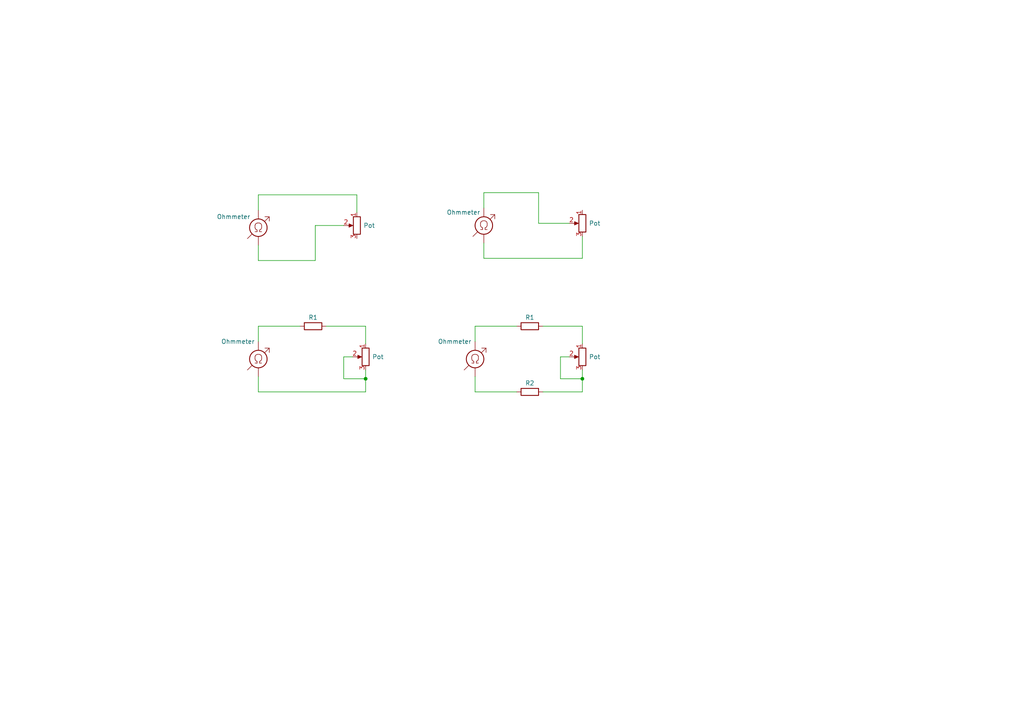
<source format=kicad_sch>
(kicad_sch (version 20230121) (generator eeschema)
  (paper "A4")
  (lib_symbols
    (symbol "Device:Ohmmeter" (pin_numbers hide) (pin_names (offset 0.0254) hide)
      (property "Reference" "MES" (at -3.302 1.016 0))
      (property "Value" "Ohmmeter" (at -3.302 -0.762 0))
      (symbol "Ohmmeter_0_0"
        (polyline (pts (xy -3.175 -3.175) (xy -1.905 -1.905)))
        (polyline (pts (xy 1.905 1.905) (xy 3.175 3.175)))
        (polyline (pts (xy 1.905 3.175) (xy 3.175 3.175) (xy 3.175 1.905)))
        (text "Ω" (at 0 0 0) (effects (font (size 2.54 2.54))))
      )
      (symbol "Ohmmeter_0_1"
        (circle (center 0 0) (radius 2.54) (stroke (width 0.254)))
      )
      (symbol "Ohmmeter_1_1"
        (pin passive line (at 0 -5.08 90) (length 2.54) (name "-") (number "1"))
        (pin passive line (at 0 5.08 270) (length 2.54) (name "+") (number "2"))
      )
    )
    (symbol "Device:R" (pin_numbers hide) (pin_names (offset 0))
      (property "Reference" "R" (at 2.032 0 90))
      (property "Value" "R" (at 0 0 90))
      (symbol "R_0_1"
        (rectangle (start -1.016 -2.54) (end 1.016 2.54) (stroke (width 0.254)))
      )
      (symbol "R_1_1"
        (pin passive line (at 0 3.81 270) (length 1.27) (name "~") (number "1"))
        (pin passive line (at 0 -3.81 90) (length 1.27) (name "~") (number "2"))
      )
    )
    (symbol "Device:R_Potentiometer" (pin_names (offset 1.016) hide)
      (property "Reference" "RV" (at -4.445 0 90))
      (property "Value" "R_Potentiometer" (at -2.54 0 90))
      (symbol "R_Potentiometer_0_1"
        (polyline (pts (xy 2.54 0) (xy 1.524 0)))
        (polyline (pts (xy 1.143 0) (xy 2.286 0.508) (xy 2.286 -0.508) (xy 1.143 0)) (fill (type outline)))
        (rectangle (start 1.016 2.54) (end -1.016 -2.54) (stroke (width 0.254)))
      )
      (symbol "R_Potentiometer_1_1"
        (pin passive line (at 0 3.81 270) (length 1.27) (name "1") (number "1"))
        (pin passive line (at 3.81 0 180) (length 1.27) (name "2") (number "2"))
        (pin passive line (at 0 -3.81 90) (length 1.27) (name "3") (number "3"))
      )
    )
  )
  (junction (at 106.045 109.855))
  (junction (at 168.91 109.855))
  (wire (pts (xy 106.045 107.315) (xy 106.045 109.855)))
  (wire (pts (xy 94.615 94.615) (xy 106.045 94.615)))
  (wire (pts (xy 103.505 56.515) (xy 74.93 56.515)))
  (wire (pts (xy 102.235 103.505) (xy 99.695 103.505)))
  (wire (pts (xy 74.93 113.665) (xy 74.93 109.22)))
  (wire (pts (xy 99.695 109.855) (xy 106.045 109.855)))
  (wire (pts (xy 99.695 103.505) (xy 99.695 109.855)))
  (wire (pts (xy 140.335 55.88) (xy 156.21 55.88)))
  (wire (pts (xy 168.91 109.855) (xy 168.91 113.665)))
  (wire (pts (xy 103.505 61.595) (xy 103.505 56.515)))
  (wire (pts (xy 156.21 55.88) (xy 156.21 64.77)))
  (wire (pts (xy 157.48 113.665) (xy 168.91 113.665)))
  (wire (pts (xy 140.335 74.93) (xy 140.335 70.485)))
  (wire (pts (xy 137.795 113.665) (xy 149.86 113.665)))
  (wire (pts (xy 168.91 107.315) (xy 168.91 109.855)))
  (wire (pts (xy 74.93 113.665) (xy 106.045 113.665)))
  (wire (pts (xy 106.045 94.615) (xy 106.045 99.695)))
  (wire (pts (xy 168.91 94.615) (xy 168.91 99.695)))
  (wire (pts (xy 74.93 75.565) (xy 74.93 71.12)))
  (wire (pts (xy 106.045 109.855) (xy 106.045 113.665)))
  (wire (pts (xy 137.795 113.665) (xy 137.795 109.22)))
  (wire (pts (xy 168.91 74.93) (xy 168.91 68.58)))
  (wire (pts (xy 162.56 103.505) (xy 162.56 109.855)))
  (wire (pts (xy 74.93 94.615) (xy 86.995 94.615)))
  (wire (pts (xy 74.93 56.515) (xy 74.93 60.96)))
  (wire (pts (xy 165.1 103.505) (xy 162.56 103.505)))
  (wire (pts (xy 140.335 55.88) (xy 140.335 60.325)))
  (wire (pts (xy 74.93 94.615) (xy 74.93 99.06)))
  (wire (pts (xy 162.56 109.855) (xy 168.91 109.855)))
  (wire (pts (xy 91.44 75.565) (xy 74.93 75.565)))
  (wire (pts (xy 91.44 65.405) (xy 99.695 65.405)))
  (wire (pts (xy 157.48 94.615) (xy 168.91 94.615)))
  (wire (pts (xy 137.795 94.615) (xy 137.795 99.06)))
  (wire (pts (xy 137.795 94.615) (xy 149.86 94.615)))
  (wire (pts (xy 156.21 64.77) (xy 165.1 64.77)))
  (wire (pts (xy 91.44 65.405) (xy 91.44 75.565)))
  (wire (pts (xy 140.335 74.93) (xy 168.91 74.93)))
  (symbol (lib_id "Device:R") (at 90.805 94.615 90) (unit 1)
    (property "Reference" "R1" (effects hide))
    (property "Value" "R1" (at 90.805 92.075 90))
  )
  (symbol (lib_id "Device:R_Potentiometer") (at 168.91 64.77 0) (mirror y) (unit 1)
    (property "Reference" "RV2" (effects hide))
    (property "Value" "Pot" (at 170.815 64.77 0) (effects (justify right)))
  )
  (symbol (lib_id "Device:Ohmmeter") (at 74.93 66.04 0) (unit 1)
    (property "Reference" "MES1" (effects hide))
    (property "Value" "Ohmmeter" (at 62.865 62.865 0) (effects (justify left)))
  )
  (symbol (lib_id "Device:R_Potentiometer") (at 168.91 103.505 0) (mirror y) (unit 1)
    (property "Reference" "RV4" (effects hide))
    (property "Value" "Pot" (at 170.815 103.505 0) (effects (justify right)))
  )
  (symbol (lib_id "Device:R") (at 153.67 94.615 90) (unit 1)
    (property "Reference" "R2" (effects hide))
    (property "Value" "R1" (at 153.67 92.075 90))
  )
  (symbol (lib_id "Device:Ohmmeter") (at 74.93 104.14 0) (unit 1)
    (property "Reference" "MES3" (effects hide))
    (property "Value" "Ohmmeter" (at 64.135 99.06 0) (effects (justify left)))
  )
  (symbol (lib_id "Device:Ohmmeter") (at 140.335 65.405 0) (unit 1)
    (property "Reference" "MES2" (effects hide))
    (property "Value" "Ohmmeter" (at 129.54 61.595 0) (effects (justify left)))
  )
  (symbol (lib_id "Device:R_Potentiometer") (at 103.505 65.405 0) (mirror y) (unit 1)
    (property "Reference" "RV1" (effects hide))
    (property "Value" "Pot" (at 105.41 65.405 0) (effects (justify right)))
  )
  (symbol (lib_id "Device:R_Potentiometer") (at 106.045 103.505 0) (mirror y) (unit 1)
    (property "Reference" "RV3" (effects hide))
    (property "Value" "Pot" (at 107.95 103.505 0) (effects (justify right)))
  )
  (symbol (lib_id "Device:R") (at 153.67 113.665 90) (unit 1)
    (property "Reference" "R3" (effects hide))
    (property "Value" "R2" (at 153.67 111.125 90))
  )
  (symbol (lib_id "Device:Ohmmeter") (at 137.795 104.14 0) (unit 1)
    (property "Reference" "MES4" (effects hide))
    (property "Value" "Ohmmeter" (at 127 99.06 0) (effects (justify left)))
  )
)
</source>
